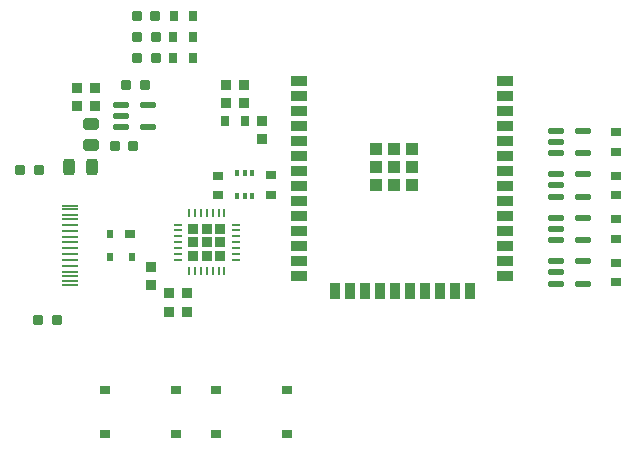
<source format=gbr>
%TF.GenerationSoftware,KiCad,Pcbnew,7.0.8*%
%TF.CreationDate,2023-11-17T17:44:40-05:00*%
%TF.ProjectId,wled-esp32-control-board,776c6564-2d65-4737-9033-322d636f6e74,C*%
%TF.SameCoordinates,Original*%
%TF.FileFunction,Paste,Top*%
%TF.FilePolarity,Positive*%
%FSLAX46Y46*%
G04 Gerber Fmt 4.6, Leading zero omitted, Abs format (unit mm)*
G04 Created by KiCad (PCBNEW 7.0.8) date 2023-11-17 17:44:40*
%MOMM*%
%LPD*%
G01*
G04 APERTURE LIST*
G04 Aperture macros list*
%AMRoundRect*
0 Rectangle with rounded corners*
0 $1 Rounding radius*
0 $2 $3 $4 $5 $6 $7 $8 $9 X,Y pos of 4 corners*
0 Add a 4 corners polygon primitive as box body*
4,1,4,$2,$3,$4,$5,$6,$7,$8,$9,$2,$3,0*
0 Add four circle primitives for the rounded corners*
1,1,$1+$1,$2,$3*
1,1,$1+$1,$4,$5*
1,1,$1+$1,$6,$7*
1,1,$1+$1,$8,$9*
0 Add four rect primitives between the rounded corners*
20,1,$1+$1,$2,$3,$4,$5,0*
20,1,$1+$1,$4,$5,$6,$7,0*
20,1,$1+$1,$6,$7,$8,$9,0*
20,1,$1+$1,$8,$9,$2,$3,0*%
G04 Aperture macros list end*
%ADD10R,1.360000X0.260000*%
%ADD11RoundRect,0.180000X-0.200000X-0.275000X0.200000X-0.275000X0.200000X0.275000X-0.200000X0.275000X0*%
%ADD12RoundRect,0.205000X-0.250000X0.225000X-0.250000X-0.225000X0.250000X-0.225000X0.250000X0.225000X0*%
%ADD13R,0.960000X0.660000*%
%ADD14R,0.560000X0.660000*%
%ADD15RoundRect,0.198750X-0.218750X-0.256250X0.218750X-0.256250X0.218750X0.256250X-0.218750X0.256250X0*%
%ADD16RoundRect,0.205000X0.250000X-0.225000X0.250000X0.225000X-0.250000X0.225000X-0.250000X-0.225000X0*%
%ADD17RoundRect,0.180000X0.200000X0.275000X-0.200000X0.275000X-0.200000X-0.275000X0.200000X-0.275000X0*%
%ADD18RoundRect,0.180000X-0.275000X0.200000X-0.275000X-0.200000X0.275000X-0.200000X0.275000X0.200000X0*%
%ADD19RoundRect,0.180000X0.275000X-0.200000X0.275000X0.200000X-0.275000X0.200000X-0.275000X-0.200000X0*%
%ADD20RoundRect,0.130000X-0.512500X-0.150000X0.512500X-0.150000X0.512500X0.150000X-0.512500X0.150000X0*%
%ADD21R,0.360000X0.610000*%
%ADD22RoundRect,0.230000X0.250000X0.475000X-0.250000X0.475000X-0.250000X-0.475000X0.250000X-0.475000X0*%
%ADD23R,0.960000X0.710000*%
%ADD24RoundRect,0.198750X0.218750X0.256250X-0.218750X0.256250X-0.218750X-0.256250X0.218750X-0.256250X0*%
%ADD25RoundRect,0.230000X0.450000X-0.262500X0.450000X0.262500X-0.450000X0.262500X-0.450000X-0.262500X0*%
%ADD26RoundRect,0.205000X0.225000X0.250000X-0.225000X0.250000X-0.225000X-0.250000X0.225000X-0.250000X0*%
%ADD27RoundRect,0.225000X-0.225000X-0.225000X0.225000X-0.225000X0.225000X0.225000X-0.225000X0.225000X0*%
%ADD28RoundRect,0.042500X-0.337500X-0.062500X0.337500X-0.062500X0.337500X0.062500X-0.337500X0.062500X0*%
%ADD29RoundRect,0.042500X-0.062500X-0.337500X0.062500X-0.337500X0.062500X0.337500X-0.062500X0.337500X0*%
%ADD30RoundRect,0.205000X-0.225000X-0.250000X0.225000X-0.250000X0.225000X0.250000X-0.225000X0.250000X0*%
%ADD31R,1.460000X0.860000*%
%ADD32R,0.860000X1.460000*%
%ADD33R,1.010000X1.010000*%
G04 APERTURE END LIST*
D10*
%TO.C,J201*%
X105006000Y-87323000D03*
X105006000Y-88123000D03*
X105006000Y-89423000D03*
X105006000Y-90423000D03*
X105006000Y-90923000D03*
X105006000Y-91923000D03*
X105006000Y-93223000D03*
X105006000Y-94023000D03*
X105006000Y-93723000D03*
X105006000Y-92923000D03*
X105006000Y-92423000D03*
X105006000Y-91423000D03*
X105006000Y-89923000D03*
X105006000Y-88923000D03*
X105006000Y-88423000D03*
X105006000Y-87623000D03*
%TD*%
D11*
%TO.C,R101*%
X118174000Y-80137000D03*
X119824000Y-80137000D03*
%TD*%
D12*
%TO.C,C403*%
X114935000Y-94729000D03*
X114935000Y-96279000D03*
%TD*%
D13*
%TO.C,D201*%
X110097000Y-89678000D03*
D14*
X108397000Y-89678000D03*
X108397000Y-91678000D03*
X110297000Y-91678000D03*
%TD*%
D12*
%TO.C,C301*%
X105664000Y-77304600D03*
X105664000Y-78854600D03*
%TD*%
D15*
%TO.C,LED102*%
X110715000Y-73025000D03*
X112290000Y-73025000D03*
%TD*%
D16*
%TO.C,C102*%
X119761000Y-78626000D03*
X119761000Y-77076000D03*
%TD*%
D12*
%TO.C,C402*%
X113411000Y-94729000D03*
X113411000Y-96279000D03*
%TD*%
D15*
%TO.C,LED101*%
X110715000Y-74803000D03*
X112290000Y-74803000D03*
%TD*%
D17*
%TO.C,R107*%
X115452000Y-71247000D03*
X113802000Y-71247000D03*
%TD*%
%TO.C,R105*%
X115443000Y-73025000D03*
X113793000Y-73025000D03*
%TD*%
D18*
%TO.C,R108*%
X151257000Y-92139000D03*
X151257000Y-93789000D03*
%TD*%
D19*
%TO.C,R103*%
X151257000Y-86423000D03*
X151257000Y-84773000D03*
%TD*%
D16*
%TO.C,C101*%
X118237000Y-78626000D03*
X118237000Y-77076000D03*
%TD*%
D19*
%TO.C,R106*%
X151257000Y-90106000D03*
X151257000Y-88456000D03*
%TD*%
D16*
%TO.C,C202*%
X107188000Y-78854600D03*
X107188000Y-77304600D03*
%TD*%
D20*
%TO.C,U101*%
X146182500Y-80965000D03*
X146182500Y-81915000D03*
X146182500Y-82865000D03*
X148457500Y-82865000D03*
X148457500Y-80965000D03*
%TD*%
%TO.C,U102*%
X146182500Y-84648000D03*
X146182500Y-85598000D03*
X146182500Y-86548000D03*
X148457500Y-86548000D03*
X148457500Y-84648000D03*
%TD*%
D12*
%TO.C,C401*%
X111861600Y-92468400D03*
X111861600Y-94018400D03*
%TD*%
D21*
%TO.C,Q401*%
X119187200Y-86485204D03*
X119837200Y-86485204D03*
X120487200Y-86485204D03*
X120487200Y-84585204D03*
X119837200Y-84585204D03*
X119187200Y-84585204D03*
%TD*%
D22*
%TO.C,C201*%
X106868000Y-84074000D03*
X104968000Y-84074000D03*
%TD*%
D23*
%TO.C,SW105*%
X117396000Y-102900000D03*
X123396000Y-102900000D03*
X117396000Y-106650000D03*
X123396000Y-106650000D03*
%TD*%
D24*
%TO.C,F201*%
X110413900Y-82245200D03*
X108838900Y-82245200D03*
%TD*%
D20*
%TO.C,U105*%
X146182500Y-92014000D03*
X146182500Y-92964000D03*
X146182500Y-93914000D03*
X148457500Y-93914000D03*
X148457500Y-92014000D03*
%TD*%
D25*
%TO.C,FB201*%
X106781600Y-82192500D03*
X106781600Y-80367500D03*
%TD*%
D26*
%TO.C,R201*%
X103899000Y-97028000D03*
X102349000Y-97028000D03*
%TD*%
D18*
%TO.C,R402*%
X117602000Y-84761004D03*
X117602000Y-86411004D03*
%TD*%
D20*
%TO.C,U301*%
X109352500Y-78745000D03*
X109352500Y-79695000D03*
X109352500Y-80645000D03*
X111627500Y-80645000D03*
X111627500Y-78745000D03*
%TD*%
D27*
%TO.C,U401*%
X115491400Y-89291000D03*
X115491400Y-90411000D03*
X115491400Y-91531000D03*
X116611400Y-89291000D03*
X116611400Y-90411000D03*
X116611400Y-91531000D03*
X117731400Y-89291000D03*
X117731400Y-90411000D03*
X117731400Y-91531000D03*
D28*
X114161400Y-88911000D03*
X114161400Y-89411000D03*
X114161400Y-89911000D03*
X114161400Y-90411000D03*
X114161400Y-90911000D03*
X114161400Y-91411000D03*
X114161400Y-91911000D03*
D29*
X115111400Y-92861000D03*
X115611400Y-92861000D03*
X116111400Y-92861000D03*
X116611400Y-92861000D03*
X117111400Y-92861000D03*
X117611400Y-92861000D03*
X118111400Y-92861000D03*
D28*
X119061400Y-91911000D03*
X119061400Y-91411000D03*
X119061400Y-90911000D03*
X119061400Y-90411000D03*
X119061400Y-89911000D03*
X119061400Y-89411000D03*
X119061400Y-88911000D03*
D29*
X118111400Y-87961000D03*
X117611400Y-87961000D03*
X117111400Y-87961000D03*
X116611400Y-87961000D03*
X116111400Y-87961000D03*
X115611400Y-87961000D03*
X115111400Y-87961000D03*
%TD*%
D30*
%TO.C,R202*%
X100825000Y-84328000D03*
X102375000Y-84328000D03*
%TD*%
D12*
%TO.C,C104*%
X121285000Y-80124000D03*
X121285000Y-81674000D03*
%TD*%
D20*
%TO.C,U104*%
X146182500Y-88331000D03*
X146182500Y-89281000D03*
X146182500Y-90231000D03*
X148457500Y-90231000D03*
X148457500Y-88331000D03*
%TD*%
D15*
%TO.C,LED103*%
X110690000Y-71247000D03*
X112265000Y-71247000D03*
%TD*%
D19*
%TO.C,R102*%
X151257000Y-82740000D03*
X151257000Y-81090000D03*
%TD*%
D26*
%TO.C,C302*%
X111366600Y-77063600D03*
X109816600Y-77063600D03*
%TD*%
D23*
%TO.C,SW103*%
X107998000Y-102900000D03*
X113998000Y-102900000D03*
X107998000Y-106650000D03*
X113998000Y-106650000D03*
%TD*%
D19*
%TO.C,R401*%
X122072400Y-86396204D03*
X122072400Y-84746204D03*
%TD*%
D31*
%TO.C,U103*%
X124398500Y-76733000D03*
X124398500Y-78003000D03*
X124398500Y-79273000D03*
X124398500Y-80543000D03*
X124398500Y-81813000D03*
X124398500Y-83083000D03*
X124398500Y-84353000D03*
X124398500Y-85623000D03*
X124398500Y-86893000D03*
X124398500Y-88163000D03*
X124398500Y-89433000D03*
X124398500Y-90703000D03*
X124398500Y-91973000D03*
X124398500Y-93243000D03*
D32*
X127438500Y-94493000D03*
X128708500Y-94493000D03*
X129978500Y-94493000D03*
X131248500Y-94493000D03*
X132518500Y-94493000D03*
X133788500Y-94493000D03*
X135058500Y-94493000D03*
X136328500Y-94493000D03*
X137598500Y-94493000D03*
X138868500Y-94493000D03*
D31*
X141898500Y-93243000D03*
X141898500Y-91973000D03*
X141898500Y-90703000D03*
X141898500Y-89433000D03*
X141898500Y-88163000D03*
X141898500Y-86893000D03*
X141898500Y-85623000D03*
X141898500Y-84353000D03*
X141898500Y-83083000D03*
X141898500Y-81813000D03*
X141898500Y-80543000D03*
X141898500Y-79273000D03*
X141898500Y-78003000D03*
X141898500Y-76733000D03*
D33*
X130943500Y-82548000D03*
X130943500Y-84073000D03*
X130943500Y-85598000D03*
X132468500Y-82548000D03*
X132468500Y-84073000D03*
X132468500Y-85598000D03*
X133993500Y-82548000D03*
X133993500Y-84073000D03*
X133993500Y-85598000D03*
%TD*%
D17*
%TO.C,R104*%
X115443000Y-74803000D03*
X113793000Y-74803000D03*
%TD*%
M02*

</source>
